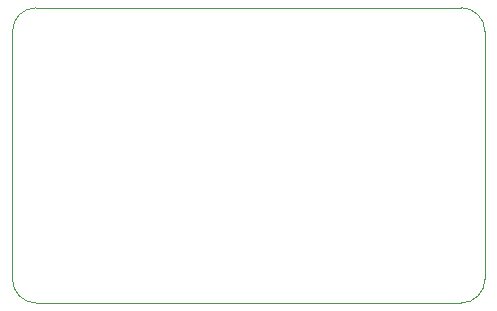
<source format=gbr>
%TF.GenerationSoftware,KiCad,Pcbnew,8.0.1*%
%TF.CreationDate,2025-05-13T16:21:41+05:45*%
%TF.ProjectId,12V-5V_buck_converter,3132562d-3556-45f6-9275-636b5f636f6e,rev?*%
%TF.SameCoordinates,Original*%
%TF.FileFunction,Profile,NP*%
%FSLAX46Y46*%
G04 Gerber Fmt 4.6, Leading zero omitted, Abs format (unit mm)*
G04 Created by KiCad (PCBNEW 8.0.1) date 2025-05-13 16:21:41*
%MOMM*%
%LPD*%
G01*
G04 APERTURE LIST*
%TA.AperFunction,Profile*%
%ADD10C,0.100000*%
%TD*%
G04 APERTURE END LIST*
D10*
X14000000Y-37000000D02*
X14000000Y-16000000D01*
X54000000Y-16000000D02*
X54000000Y-37000000D01*
X54000000Y-37000000D02*
G75*
G02*
X52000000Y-39000000I-2000000J0D01*
G01*
X14000000Y-16000000D02*
G75*
G02*
X16000000Y-14000000I2000000J0D01*
G01*
X52000000Y-39000000D02*
X16000000Y-39000000D01*
X16000000Y-14000000D02*
X52000000Y-14000000D01*
X52000000Y-14000000D02*
G75*
G02*
X54000000Y-16000000I0J-2000000D01*
G01*
X16000000Y-39000000D02*
G75*
G02*
X14000000Y-37000000I0J2000000D01*
G01*
M02*

</source>
